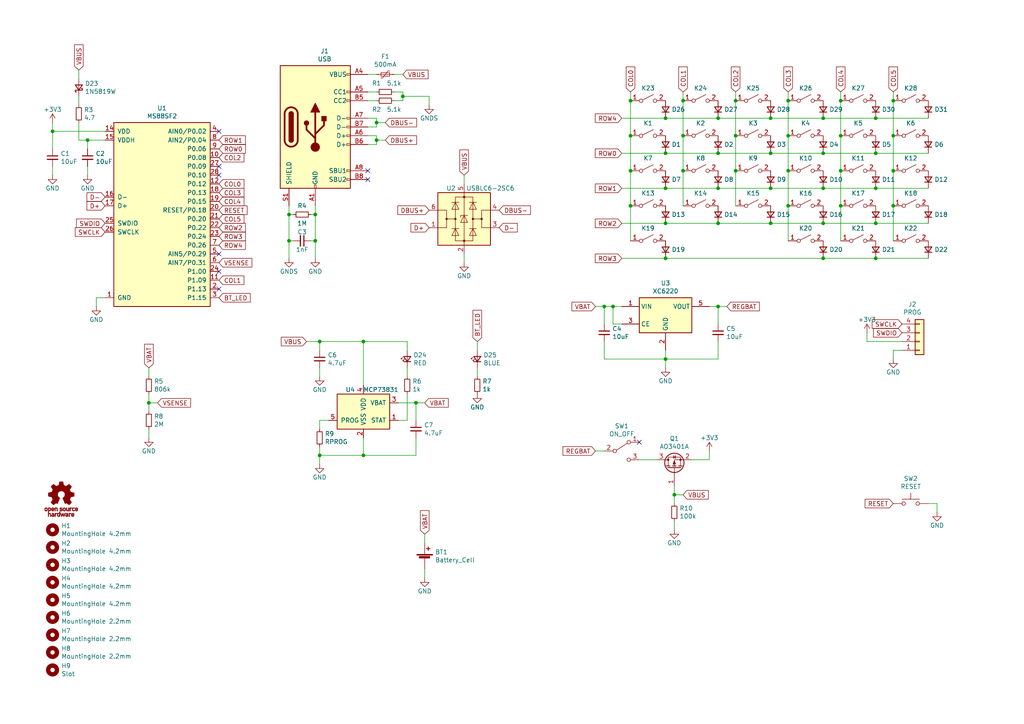
<source format=kicad_sch>
(kicad_sch (version 20211123) (generator eeschema)
  (paper "A4")
  (junction (at 223.52 34.29))
  (junction (at 228.6 29.21))
  (junction (at 208.28 54.61))
  (junction (at 91.44 62.23))
  (junction (at 193.04 44.45))
  (junction (at 243.84 59.69))
  (junction (at 238.76 54.61))
  (junction (at 223.52 64.77))
  (junction (at 193.04 104.14))
  (junction (at 177.8 88.9))
  (junction (at 83.82 62.23))
  (junction (at 105.41 132.08))
  (junction (at 193.04 74.93))
  (junction (at 238.76 74.93))
  (junction (at 254 34.29))
  (junction (at 198.12 39.37))
  (junction (at 182.88 29.21))
  (junction (at 193.04 54.61))
  (junction (at 25.4 40.64))
  (junction (at 259.08 29.21))
  (junction (at 223.52 44.45))
  (junction (at 254 74.93))
  (junction (at 208.28 34.29))
  (junction (at 254 44.45))
  (junction (at 120.65 116.84))
  (junction (at 182.88 49.53))
  (junction (at 15.24 38.1))
  (junction (at 109.22 40.64))
  (junction (at 92.71 99.06))
  (junction (at 228.6 49.53))
  (junction (at 243.84 49.53))
  (junction (at 182.88 59.69))
  (junction (at 208.28 88.9))
  (junction (at 175.26 88.9))
  (junction (at 193.04 64.77))
  (junction (at 259.08 39.37))
  (junction (at 182.88 39.37))
  (junction (at 193.04 34.29))
  (junction (at 213.36 39.37))
  (junction (at 238.76 44.45))
  (junction (at 208.28 64.77))
  (junction (at 198.12 49.53))
  (junction (at 238.76 64.77))
  (junction (at 254 64.77))
  (junction (at 43.18 116.84))
  (junction (at 195.58 143.51))
  (junction (at 213.36 49.53))
  (junction (at 223.52 54.61))
  (junction (at 83.82 69.85))
  (junction (at 92.71 132.08))
  (junction (at 243.84 39.37))
  (junction (at 208.28 44.45))
  (junction (at 228.6 39.37))
  (junction (at 91.44 69.85))
  (junction (at 259.08 59.69))
  (junction (at 105.41 99.06))
  (junction (at 228.6 59.69))
  (junction (at 116.84 27.94))
  (junction (at 243.84 29.21))
  (junction (at 198.12 29.21))
  (junction (at 254 54.61))
  (junction (at 238.76 34.29))
  (junction (at 109.22 35.56))
  (junction (at 213.36 29.21))
  (junction (at 259.08 49.53))
  (no_connect (at 63.5 83.82))
  (no_connect (at 63.5 50.8))
  (no_connect (at 106.68 52.07))
  (no_connect (at 63.5 48.26))
  (no_connect (at 106.68 49.53))
  (no_connect (at 63.5 78.74))
  (no_connect (at 185.42 128.27))
  (no_connect (at 63.5 73.66))
  (no_connect (at 63.5 38.1))
  (wire (pts (xy 238.76 54.61) (xy 223.52 54.61)))
  (wire (pts (xy 120.65 116.84) (xy 120.65 121.92)))
  (wire (pts (xy 15.24 35.56) (xy 15.24 38.1)))
  (wire (pts (xy 213.36 29.21) (xy 213.36 26.67)))
  (wire (pts (xy 238.76 64.77) (xy 223.52 64.77)))
  (wire (pts (xy 193.04 104.14) (xy 175.26 104.14)))
  (wire (pts (xy 243.84 49.53) (xy 243.84 39.37)))
  (wire (pts (xy 106.68 21.59) (xy 109.22 21.59)))
  (wire (pts (xy 106.68 34.29) (xy 109.22 34.29)))
  (wire (pts (xy 175.26 104.14) (xy 175.26 99.06)))
  (wire (pts (xy 193.04 101.6) (xy 193.04 104.14)))
  (wire (pts (xy 251.46 99.06) (xy 261.62 99.06)))
  (wire (pts (xy 91.44 62.23) (xy 91.44 69.85)))
  (wire (pts (xy 259.08 101.6) (xy 259.08 104.14)))
  (wire (pts (xy 243.84 59.69) (xy 243.84 49.53)))
  (wire (pts (xy 182.88 49.53) (xy 182.88 39.37)))
  (wire (pts (xy 259.08 39.37) (xy 259.08 29.21)))
  (wire (pts (xy 105.41 132.08) (xy 120.65 132.08)))
  (wire (pts (xy 205.74 133.35) (xy 205.74 130.81)))
  (wire (pts (xy 182.88 39.37) (xy 182.88 29.21)))
  (wire (pts (xy 243.84 29.21) (xy 243.84 26.67)))
  (wire (pts (xy 269.24 74.93) (xy 254 74.93)))
  (wire (pts (xy 228.6 69.85) (xy 228.6 59.69)))
  (wire (pts (xy 15.24 38.1) (xy 15.24 43.18)))
  (wire (pts (xy 114.3 26.67) (xy 116.84 26.67)))
  (wire (pts (xy 105.41 132.08) (xy 92.71 132.08)))
  (wire (pts (xy 193.04 74.93) (xy 180.34 74.93)))
  (wire (pts (xy 213.36 49.53) (xy 213.36 39.37)))
  (wire (pts (xy 114.3 21.59) (xy 116.84 21.59)))
  (wire (pts (xy 261.62 101.6) (xy 259.08 101.6)))
  (wire (pts (xy 106.68 36.83) (xy 109.22 36.83)))
  (wire (pts (xy 134.62 73.66) (xy 134.62 76.2)))
  (wire (pts (xy 83.82 69.85) (xy 83.82 74.93)))
  (wire (pts (xy 25.4 40.64) (xy 25.4 43.18)))
  (wire (pts (xy 91.44 62.23) (xy 90.17 62.23)))
  (wire (pts (xy 254 44.45) (xy 238.76 44.45)))
  (wire (pts (xy 22.86 30.48) (xy 22.86 27.94)))
  (wire (pts (xy 223.52 44.45) (xy 208.28 44.45)))
  (wire (pts (xy 238.76 34.29) (xy 223.52 34.29)))
  (wire (pts (xy 177.8 93.98) (xy 177.8 88.9)))
  (wire (pts (xy 259.08 69.85) (xy 259.08 59.69)))
  (wire (pts (xy 109.22 40.64) (xy 109.22 41.91)))
  (wire (pts (xy 120.65 116.84) (xy 123.19 116.84)))
  (wire (pts (xy 185.42 133.35) (xy 190.5 133.35)))
  (wire (pts (xy 91.44 59.69) (xy 91.44 62.23)))
  (wire (pts (xy 182.88 59.69) (xy 182.88 49.53)))
  (wire (pts (xy 228.6 49.53) (xy 228.6 39.37)))
  (wire (pts (xy 105.41 99.06) (xy 105.41 111.76)))
  (wire (pts (xy 182.88 69.85) (xy 182.88 59.69)))
  (wire (pts (xy 208.28 54.61) (xy 193.04 54.61)))
  (wire (pts (xy 109.22 36.83) (xy 109.22 35.56)))
  (wire (pts (xy 271.78 146.05) (xy 271.78 148.59)))
  (wire (pts (xy 114.3 29.21) (xy 116.84 29.21)))
  (wire (pts (xy 116.84 27.94) (xy 116.84 29.21)))
  (wire (pts (xy 83.82 62.23) (xy 83.82 69.85)))
  (wire (pts (xy 106.68 26.67) (xy 109.22 26.67)))
  (wire (pts (xy 118.11 121.92) (xy 118.11 114.3)))
  (wire (pts (xy 259.08 29.21) (xy 259.08 26.67)))
  (wire (pts (xy 208.28 64.77) (xy 193.04 64.77)))
  (wire (pts (xy 243.84 39.37) (xy 243.84 29.21)))
  (wire (pts (xy 43.18 119.38) (xy 43.18 116.84)))
  (wire (pts (xy 193.04 64.77) (xy 180.34 64.77)))
  (wire (pts (xy 138.43 106.68) (xy 138.43 109.22)))
  (wire (pts (xy 254 64.77) (xy 238.76 64.77)))
  (wire (pts (xy 208.28 88.9) (xy 208.28 93.98)))
  (wire (pts (xy 208.28 99.06) (xy 208.28 104.14)))
  (wire (pts (xy 175.26 88.9) (xy 175.26 93.98)))
  (wire (pts (xy 83.82 62.23) (xy 85.09 62.23)))
  (wire (pts (xy 116.84 27.94) (xy 124.46 27.94)))
  (wire (pts (xy 175.26 88.9) (xy 172.72 88.9)))
  (wire (pts (xy 30.48 38.1) (xy 15.24 38.1)))
  (wire (pts (xy 92.71 129.54) (xy 92.71 132.08)))
  (wire (pts (xy 238.76 74.93) (xy 193.04 74.93)))
  (wire (pts (xy 45.72 116.84) (xy 43.18 116.84)))
  (wire (pts (xy 269.24 54.61) (xy 254 54.61)))
  (wire (pts (xy 198.12 59.69) (xy 198.12 49.53)))
  (wire (pts (xy 193.04 54.61) (xy 180.34 54.61)))
  (wire (pts (xy 198.12 29.21) (xy 198.12 26.67)))
  (wire (pts (xy 193.04 44.45) (xy 180.34 44.45)))
  (wire (pts (xy 92.71 106.68) (xy 92.71 109.22)))
  (wire (pts (xy 182.88 29.21) (xy 182.88 26.67)))
  (wire (pts (xy 259.08 49.53) (xy 259.08 39.37)))
  (wire (pts (xy 238.76 44.45) (xy 223.52 44.45)))
  (wire (pts (xy 88.9 99.06) (xy 92.71 99.06)))
  (wire (pts (xy 109.22 39.37) (xy 109.22 40.64)))
  (wire (pts (xy 254 74.93) (xy 238.76 74.93)))
  (wire (pts (xy 83.82 59.69) (xy 83.82 62.23)))
  (wire (pts (xy 223.52 64.77) (xy 208.28 64.77)))
  (wire (pts (xy 208.28 88.9) (xy 210.82 88.9)))
  (wire (pts (xy 195.58 140.97) (xy 195.58 143.51)))
  (wire (pts (xy 269.24 44.45) (xy 254 44.45)))
  (wire (pts (xy 43.18 109.22) (xy 43.18 106.68)))
  (wire (pts (xy 269.24 146.05) (xy 271.78 146.05)))
  (wire (pts (xy 254 54.61) (xy 238.76 54.61)))
  (wire (pts (xy 106.68 39.37) (xy 109.22 39.37)))
  (wire (pts (xy 105.41 127) (xy 105.41 132.08)))
  (wire (pts (xy 123.19 154.94) (xy 123.19 157.48)))
  (wire (pts (xy 243.84 69.85) (xy 243.84 59.69)))
  (wire (pts (xy 116.84 26.67) (xy 116.84 27.94)))
  (wire (pts (xy 115.57 121.92) (xy 118.11 121.92)))
  (wire (pts (xy 92.71 99.06) (xy 105.41 99.06)))
  (wire (pts (xy 251.46 99.06) (xy 251.46 96.52)))
  (wire (pts (xy 43.18 116.84) (xy 43.18 114.3)))
  (wire (pts (xy 195.58 143.51) (xy 195.58 146.05)))
  (wire (pts (xy 134.62 53.34) (xy 134.62 50.8)))
  (wire (pts (xy 91.44 69.85) (xy 90.17 69.85)))
  (wire (pts (xy 109.22 41.91) (xy 106.68 41.91)))
  (wire (pts (xy 95.25 121.92) (xy 92.71 121.92)))
  (wire (pts (xy 138.43 101.6) (xy 138.43 99.06)))
  (wire (pts (xy 118.11 99.06) (xy 105.41 99.06)))
  (wire (pts (xy 180.34 88.9) (xy 177.8 88.9)))
  (wire (pts (xy 208.28 44.45) (xy 193.04 44.45)))
  (wire (pts (xy 269.24 64.77) (xy 254 64.77)))
  (wire (pts (xy 118.11 101.6) (xy 118.11 99.06)))
  (wire (pts (xy 254 34.29) (xy 238.76 34.29)))
  (wire (pts (xy 120.65 127) (xy 120.65 132.08)))
  (wire (pts (xy 109.22 35.56) (xy 109.22 34.29)))
  (wire (pts (xy 109.22 40.64) (xy 111.76 40.64)))
  (wire (pts (xy 228.6 39.37) (xy 228.6 29.21)))
  (wire (pts (xy 259.08 59.69) (xy 259.08 49.53)))
  (wire (pts (xy 213.36 39.37) (xy 213.36 29.21)))
  (wire (pts (xy 228.6 29.21) (xy 228.6 26.67)))
  (wire (pts (xy 200.66 133.35) (xy 205.74 133.35)))
  (wire (pts (xy 228.6 59.69) (xy 228.6 49.53)))
  (wire (pts (xy 172.72 130.81) (xy 175.26 130.81)))
  (wire (pts (xy 193.04 34.29) (xy 180.34 34.29)))
  (wire (pts (xy 92.71 121.92) (xy 92.71 124.46)))
  (wire (pts (xy 25.4 48.26) (xy 25.4 50.8)))
  (wire (pts (xy 27.94 86.36) (xy 27.94 88.9)))
  (wire (pts (xy 269.24 34.29) (xy 254 34.29)))
  (wire (pts (xy 15.24 48.26) (xy 15.24 50.8)))
  (wire (pts (xy 91.44 69.85) (xy 91.44 74.93)))
  (wire (pts (xy 123.19 165.1) (xy 123.19 167.64)))
  (wire (pts (xy 208.28 104.14) (xy 193.04 104.14)))
  (wire (pts (xy 213.36 59.69) (xy 213.36 49.53)))
  (wire (pts (xy 43.18 124.46) (xy 43.18 127)))
  (wire (pts (xy 193.04 104.14) (xy 193.04 106.68)))
  (wire (pts (xy 198.12 39.37) (xy 198.12 29.21)))
  (wire (pts (xy 92.71 101.6) (xy 92.71 99.06)))
  (wire (pts (xy 25.4 40.64) (xy 22.86 40.64)))
  (wire (pts (xy 118.11 109.22) (xy 118.11 106.68)))
  (wire (pts (xy 198.12 49.53) (xy 198.12 39.37)))
  (wire (pts (xy 195.58 151.13) (xy 195.58 153.67)))
  (wire (pts (xy 124.46 27.94) (xy 124.46 30.48)))
  (wire (pts (xy 205.74 88.9) (xy 208.28 88.9)))
  (wire (pts (xy 25.4 40.64) (xy 30.48 40.64)))
  (wire (pts (xy 106.68 29.21) (xy 109.22 29.21)))
  (wire (pts (xy 22.86 35.56) (xy 22.86 40.64)))
  (wire (pts (xy 109.22 35.56) (xy 111.76 35.56)))
  (wire (pts (xy 223.52 34.29) (xy 208.28 34.29)))
  (wire (pts (xy 223.52 54.61) (xy 208.28 54.61)))
  (wire (pts (xy 175.26 88.9) (xy 177.8 88.9)))
  (wire (pts (xy 22.86 22.86) (xy 22.86 20.32)))
  (wire (pts (xy 180.34 93.98) (xy 177.8 93.98)))
  (wire (pts (xy 30.48 86.36) (xy 27.94 86.36)))
  (wire (pts (xy 195.58 143.51) (xy 198.12 143.51)))
  (wire (pts (xy 115.57 116.84) (xy 120.65 116.84)))
  (wire (pts (xy 208.28 34.29) (xy 193.04 34.29)))
  (wire (pts (xy 83.82 69.85) (xy 85.09 69.85)))
  (wire (pts (xy 92.71 134.62) (xy 92.71 132.08)))
  (global_label "D+" (shape input) (at 124.46 66.04 180) (property "Intersheet References" "${INTERSHEET_REFS}" (effects hide)))
  (global_label "ROW1" (shape input) (at 63.5 40.64 0) (property "Intersheet References" "${INTERSHEET_REFS}" (effects hide)))
  (global_label "COL0" (shape input) (at 182.88 26.67 90) (property "Intersheet References" "${INTERSHEET_REFS}" (effects hide)))
  (global_label "ROW2" (shape input) (at 63.5 66.04 0) (property "Intersheet References" "${INTERSHEET_REFS}" (effects hide)))
  (global_label "VBUS" (shape input) (at 88.9 99.06 180) (property "Intersheet References" "${INTERSHEET_REFS}" (effects hide)))
  (global_label "SWDIO" (shape input) (at 261.62 96.52 180) (property "Intersheet References" "${INTERSHEET_REFS}" (effects hide)))
  (global_label "VBAT" (shape input) (at 123.19 154.94 90) (property "Intersheet References" "${INTERSHEET_REFS}" (effects hide)))
  (global_label "COL3" (shape input) (at 228.6 26.67 90) (property "Intersheet References" "${INTERSHEET_REFS}" (effects hide)))
  (global_label "ROW0" (shape input) (at 63.5 43.18 0) (property "Intersheet References" "${INTERSHEET_REFS}" (effects hide)))
  (global_label "D-" (shape input) (at 144.78 66.04 0) (property "Intersheet References" "${INTERSHEET_REFS}" (effects hide)))
  (global_label "VBUS" (shape input) (at 22.86 20.32 90) (property "Intersheet References" "${INTERSHEET_REFS}" (effects hide)))
  (global_label "VBUS" (shape input) (at 198.12 143.51 0) (property "Intersheet References" "${INTERSHEET_REFS}" (effects hide)))
  (global_label "COL4" (shape input) (at 63.5 58.42 0) (property "Intersheet References" "${INTERSHEET_REFS}" (effects hide)))
  (global_label "SWCLK" (shape input) (at 261.62 93.98 180) (property "Intersheet References" "${INTERSHEET_REFS}" (effects hide)))
  (global_label "RESET" (shape input) (at 259.08 146.05 180) (property "Intersheet References" "${INTERSHEET_REFS}" (effects hide)))
  (global_label "DBUS-" (shape input) (at 144.78 60.96 0) (property "Intersheet References" "${INTERSHEET_REFS}" (effects hide)))
  (global_label "REGBAT" (shape input) (at 210.82 88.9 0) (property "Intersheet References" "${INTERSHEET_REFS}" (effects hide)))
  (global_label "COL4" (shape input) (at 243.84 26.67 90) (property "Intersheet References" "${INTERSHEET_REFS}" (effects hide)))
  (global_label "COL2" (shape input) (at 63.5 45.72 0) (property "Intersheet References" "${INTERSHEET_REFS}" (effects hide)))
  (global_label "ROW4" (shape input) (at 180.34 34.29 180) (property "Intersheet References" "${INTERSHEET_REFS}" (effects hide)))
  (global_label "VSENSE" (shape input) (at 63.5 76.2 0) (property "Intersheet References" "${INTERSHEET_REFS}" (effects hide)))
  (global_label "BT_LED" (shape input) (at 138.43 99.06 90) (property "Intersheet References" "${INTERSHEET_REFS}" (effects hide)))
  (global_label "ROW0" (shape input) (at 180.34 44.45 180) (property "Intersheet References" "${INTERSHEET_REFS}" (effects hide)))
  (global_label "ROW2" (shape input) (at 180.34 64.77 180) (property "Intersheet References" "${INTERSHEET_REFS}" (effects hide)))
  (global_label "ROW3" (shape input) (at 180.34 74.93 180) (property "Intersheet References" "${INTERSHEET_REFS}" (effects hide)))
  (global_label "COL5" (shape input) (at 259.08 26.67 90) (property "Intersheet References" "${INTERSHEET_REFS}" (effects hide)))
  (global_label "ROW3" (shape input) (at 63.5 68.58 0) (property "Intersheet References" "${INTERSHEET_REFS}" (effects hide)))
  (global_label "VBAT" (shape input) (at 172.72 88.9 180) (property "Intersheet References" "${INTERSHEET_REFS}" (effects hide)))
  (global_label "D+" (shape input) (at 30.48 59.69 180) (property "Intersheet References" "${INTERSHEET_REFS}" (effects hide)))
  (global_label "VSENSE" (shape input) (at 45.72 116.84 0) (property "Intersheet References" "${INTERSHEET_REFS}" (effects hide)))
  (global_label "COL3" (shape input) (at 63.5 55.88 0) (property "Intersheet References" "${INTERSHEET_REFS}" (effects hide)))
  (global_label "DBUS-" (shape input) (at 111.76 35.56 0) (property "Intersheet References" "${INTERSHEET_REFS}" (effects hide)))
  (global_label "COL0" (shape input) (at 63.5 53.34 0) (property "Intersheet References" "${INTERSHEET_REFS}" (effects hide)))
  (global_label "BT_LED" (shape input) (at 63.5 86.36 0) (property "Intersheet References" "${INTERSHEET_REFS}" (effects hide)))
  (global_label "REGBAT" (shape input) (at 172.72 130.81 180) (property "Intersheet References" "${INTERSHEET_REFS}" (effects hide)))
  (global_label "ROW1" (shape input) (at 180.34 54.61 180) (property "Intersheet References" "${INTERSHEET_REFS}" (effects hide)))
  (global_label "VBAT" (shape input) (at 43.18 106.68 90) (property "Intersheet References" "${INTERSHEET_REFS}" (effects hide)))
  (global_label "ROW4" (shape input) (at 63.5 71.12 0) (property "Intersheet References" "${INTERSHEET_REFS}" (effects hide)))
  (global_label "VBUS" (shape input) (at 116.84 21.59 0) (property "Intersheet References" "${INTERSHEET_REFS}" (effects hide)))
  (global_label "COL1" (shape input) (at 63.5 81.28 0) (property "Intersheet References" "${INTERSHEET_REFS}" (effects hide)))
  (global_label "COL2" (shape input) (at 213.36 26.67 90) (property "Intersheet References" "${INTERSHEET_REFS}" (effects hide)))
  (global_label "DBUS+" (shape input) (at 124.46 60.96 180) (property "Intersheet References" "${INTERSHEET_REFS}" (effects hide)))
  (global_label "DBUS+" (shape input) (at 111.76 40.64 0) (property "Intersheet References" "${INTERSHEET_REFS}" (effects hide)))
  (global_label "D-" (shape input) (at 30.48 57.15 180) (property "Intersheet References" "${INTERSHEET_REFS}" (effects hide)))
  (global_label "COL5" (shape input) (at 63.5 63.5 0) (property "Intersheet References" "${INTERSHEET_REFS}" (effects hide)))
  (global_label "RESET" (shape input) (at 63.5 60.96 0) (property "Intersheet References" "${INTERSHEET_REFS}" (effects hide)))
  (global_label "VBAT" (shape input) (at 123.19 116.84 0) (property "Intersheet References" "${INTERSHEET_REFS}" (effects hide)))
  (global_label "VBUS" (shape input) (at 134.62 50.8 90) (property "Intersheet References" "${INTERSHEET_REFS}" (effects hide)))
  (global_label "COL1" (shape input) (at 198.12 26.67 90) (property "Intersheet References" "${INTERSHEET_REFS}" (effects hide)))
  (global_label "SWCLK" (shape input) (at 30.48 67.31 180) (property "Intersheet References" "${INTERSHEET_REFS}" (effects hide)))
  (global_label "SWDIO" (shape input) (at 30.48 64.77 180) (property "Intersheet References" "${INTERSHEET_REFS}" (effects hide)))
  (symbol (lib_id "dao-choc-ble:MS88SF2") (at 46.99 62.23 0) (unit 1)
    (property "Reference" "U1" (at 46.99 31.369 0))
    (property "Value" "MS88SF2" (at 46.99 33.6804 0))
    (property "Footprint" "dao-choc-ble:MINEW_MS88SF2" (effects hide))
  )
  (symbol (lib_id "dao-choc-ble:KEY_SWITCH") (at 187.96 39.37 0) (unit 1)
    (property "Reference" "K1" (at 187.96 35.7378 0))
    (property "Value" "KEY_SWITCH" (effects hide))
    (property "Footprint" "dao-choc-ble:Kailh_PG1350_hotswap" (effects hide))
  )
  (symbol (lib_id "Device:D_Small") (at 193.04 41.91 90) (unit 1)
    (property "Reference" "D1" (at 194.818 41.91 90) (effects (justify right)))
    (property "Value" "1N4148WS" (effects hide))
    (property "Footprint" "dao-choc-ble:D_SOD-323" (effects hide))
    (property "LCSC" "C57759" (effects hide))
  )
  (symbol (lib_id "dao-choc-ble:KEY_SWITCH") (at 203.2 39.37 0) (unit 1)
    (property "Reference" "K2" (at 203.2 35.7378 0))
    (property "Value" "KEY_SWITCH" (effects hide))
    (property "Footprint" "dao-choc-ble:Kailh_PG1350_hotswap" (effects hide))
  )
  (symbol (lib_id "Device:D_Small") (at 208.28 41.91 90) (unit 1)
    (property "Reference" "D2" (at 210.058 41.91 90) (effects (justify right)))
    (property "Value" "1N4148WS" (effects hide))
    (property "Footprint" "dao-choc-ble:D_SOD-323" (effects hide))
    (property "LCSC" "C57759" (effects hide))
  )
  (symbol (lib_id "dao-choc-ble:KEY_SWITCH") (at 218.44 39.37 0) (unit 1)
    (property "Reference" "K3" (at 218.44 35.7378 0))
    (property "Value" "KEY_SWITCH" (effects hide))
    (property "Footprint" "dao-choc-ble:Kailh_PG1350_hotswap" (effects hide))
  )
  (symbol (lib_id "Device:D_Small") (at 223.52 41.91 90) (unit 1)
    (property "Reference" "D3" (at 225.298 41.91 90) (effects (justify right)))
    (property "Value" "1N4148WS" (effects hide))
    (property "Footprint" "dao-choc-ble:D_SOD-323" (effects hide))
    (property "LCSC" "C57759" (effects hide))
  )
  (symbol (lib_id "dao-choc-ble:KEY_SWITCH") (at 233.68 39.37 0) (unit 1)
    (property "Reference" "K4" (at 233.68 35.7378 0))
    (property "Value" "KEY_SWITCH" (effects hide))
    (property "Footprint" "dao-choc-ble:Kailh_PG1350_hotswap" (effects hide))
  )
  (symbol (lib_id "Device:D_Small") (at 238.76 41.91 90) (unit 1)
    (property "Reference" "D4" (at 240.538 41.91 90) (effects (justify right)))
    (property "Value" "1N4148WS" (effects hide))
    (property "Footprint" "dao-choc-ble:D_SOD-323" (effects hide))
    (property "LCSC" "C57759" (effects hide))
  )
  (symbol (lib_id "dao-choc-ble:KEY_SWITCH") (at 248.92 39.37 0) (unit 1)
    (property "Reference" "K5" (at 248.92 35.7378 0))
    (property "Value" "KEY_SWITCH" (effects hide))
    (property "Footprint" "dao-choc-ble:Kailh_PG1350_hotswap" (effects hide))
  )
  (symbol (lib_id "Device:D_Small") (at 254 41.91 90) (unit 1)
    (property "Reference" "D5" (at 255.778 41.91 90) (effects (justify right)))
    (property "Value" "1N4148WS" (effects hide))
    (property "Footprint" "dao-choc-ble:D_SOD-323" (effects hide))
    (property "LCSC" "C57759" (effects hide))
  )
  (symbol (lib_id "dao-choc-ble:KEY_SWITCH") (at 264.16 39.37 0) (unit 1)
    (property "Reference" "K6" (at 264.16 35.7378 0))
    (property "Value" "KEY_SWITCH" (effects hide))
    (property "Footprint" "dao-choc-ble:Kailh_PG1350_hotswap" (effects hide))
  )
  (symbol (lib_id "Device:D_Small") (at 269.24 41.91 90) (unit 1)
    (property "Reference" "D6" (at 271.018 41.91 90) (effects (justify right)))
    (property "Value" "1N4148WS" (effects hide))
    (property "Footprint" "dao-choc-ble:D_SOD-323" (effects hide))
    (property "LCSC" "C57759" (effects hide))
  )
  (symbol (lib_id "dao-choc-ble:KEY_SWITCH") (at 187.96 49.53 0) (unit 1)
    (property "Reference" "K7" (at 187.96 45.8978 0))
    (property "Value" "KEY_SWITCH" (effects hide))
    (property "Footprint" "dao-choc-ble:Kailh_PG1350_hotswap" (effects hide))
  )
  (symbol (lib_id "Device:D_Small") (at 193.04 52.07 90) (unit 1)
    (property "Reference" "D7" (at 194.818 52.07 90) (effects (justify right)))
    (property "Value" "1N4148WS" (effects hide))
    (property "Footprint" "dao-choc-ble:D_SOD-323" (effects hide))
    (property "LCSC" "C57759" (effects hide))
  )
  (symbol (lib_id "dao-choc-ble:KEY_SWITCH") (at 203.2 49.53 0) (unit 1)
    (property "Reference" "K8" (at 203.2 45.8978 0))
    (property "Value" "KEY_SWITCH" (effects hide))
    (property "Footprint" "dao-choc-ble:Kailh_PG1350_hotswap" (effects hide))
  )
  (symbol (lib_id "Device:D_Small") (at 208.28 52.07 90) (unit 1)
    (property "Reference" "D8" (at 210.058 52.07 90) (effects (justify right)))
    (property "Value" "1N4148WS" (effects hide))
    (property "Footprint" "dao-choc-ble:D_SOD-323" (effects hide))
    (property "LCSC" "C57759" (effects hide))
  )
  (symbol (lib_id "dao-choc-ble:KEY_SWITCH") (at 218.44 49.53 0) (unit 1)
    (property "Reference" "K9" (at 218.44 45.8978 0))
    (property "Value" "KEY_SWITCH" (effects hide))
    (property "Footprint" "dao-choc-ble:Kailh_PG1350_hotswap" (effects hide))
  )
  (symbol (lib_id "Device:D_Small") (at 223.52 52.07 90) (unit 1)
    (property "Reference" "D9" (at 225.298 52.07 90) (effects (justify right)))
    (property "Value" "1N4148WS" (effects hide))
    (property "Footprint" "dao-choc-ble:D_SOD-323" (effects hide))
    (property "LCSC" "C57759" (effects hide))
  )
  (symbol (lib_id "dao-choc-ble:KEY_SWITCH") (at 233.68 49.53 0) (unit 1)
    (property "Reference" "K10" (at 233.68 45.8978 0))
    (property "Value" "KEY_SWITCH" (effects hide))
    (property "Footprint" "dao-choc-ble:Kailh_PG1350_hotswap" (effects hide))
  )
  (symbol (lib_id "Device:D_Small") (at 238.76 52.07 90) (unit 1)
    (property "Reference" "D10" (at 240.538 52.07 90) (effects (justify right)))
    (property "Value" "1N4148WS" (effects hide))
    (property "Footprint" "dao-choc-ble:D_SOD-323" (effects hide))
    (property "LCSC" "C57759" (effects hide))
  )
  (symbol (lib_id "dao-choc-ble:KEY_SWITCH") (at 248.92 49.53 0) (unit 1)
    (property "Reference" "K11" (at 248.92 45.8978 0))
    (property "Value" "KEY_SWITCH" (effects hide))
    (property "Footprint" "dao-choc-ble:Kailh_PG1350_hotswap" (effects hide))
  )
  (symbol (lib_id "Device:D_Small") (at 254 52.07 90) (unit 1)
    (property "Reference" "D11" (at 255.778 52.07 90) (effects (justify right)))
    (property "Value" "1N4148WS" (effects hide))
    (property "Footprint" "dao-choc-ble:D_SOD-323" (effects hide))
    (property "LCSC" "C57759" (effects hide))
  )
  (symbol (lib_id "dao-choc-ble:KEY_SWITCH") (at 264.16 49.53 0) (unit 1)
    (property "Reference" "K12" (at 264.16 45.8978 0))
    (property "Value" "KEY_SWITCH" (effects hide))
    (property "Footprint" "dao-choc-ble:Kailh_PG1350_hotswap" (effects hide))
  )
  (symbol (lib_id "Device:D_Small") (at 269.24 52.07 90) (unit 1)
    (property "Reference" "D12" (at 271.018 52.07 90) (effects (justify right)))
    (property "Value" "1N4148WS" (effects hide))
    (property "Footprint" "dao-choc-ble:D_SOD-323" (effects hide))
    (property "LCSC" "C57759" (effects hide))
  )
  (symbol (lib_id "dao-choc-ble:KEY_SWITCH") (at 187.96 59.69 0) (unit 1)
    (property "Reference" "K13" (at 187.96 56.0578 0))
    (property "Value" "KEY_SWITCH" (effects hide))
    (property "Footprint" "dao-choc-ble:Kailh_PG1350_hotswap" (effects hide))
  )
  (symbol (lib_id "Device:D_Small") (at 193.04 62.23 90) (unit 1)
    (property "Reference" "D13" (at 194.818 62.23 90) (effects (justify right)))
    (property "Value" "1N4148WS" (effects hide))
    (property "Footprint" "dao-choc-ble:D_SOD-323" (effects hide))
    (property "LCSC" "C57759" (effects hide))
  )
  (symbol (lib_id "dao-choc-ble:KEY_SWITCH") (at 203.2 59.69 0) (unit 1)
    (property "Reference" "K14" (at 203.2 56.0578 0))
    (property "Value" "KEY_SWITCH" (effects hide))
    (property "Footprint" "dao-choc-ble:Kailh_PG1350_hotswap" (effects hide))
  )
  (symbol (lib_id "Device:D_Small") (at 208.28 62.23 90) (unit 1)
    (property "Reference" "D14" (at 210.058 62.23 90) (effects (justify right)))
    (property "Value" "1N4148WS" (effects hide))
    (property "Footprint" "dao-choc-ble:D_SOD-323" (effects hide))
    (property "LCSC" "C57759" (effects hide))
  )
  (symbol (lib_id "dao-choc-ble:KEY_SWITCH") (at 218.44 59.69 0) (unit 1)
    (property "Reference" "K15" (at 218.44 56.0578 0))
    (property "Value" "KEY_SWITCH" (effects hide))
    (property "Footprint" "dao-choc-ble:Kailh_PG1350_hotswap" (effects hide))
  )
  (symbol (lib_id "Device:D_Small") (at 223.52 62.23 90) (unit 1)
    (property "Reference" "D15" (at 225.298 62.23 90) (effects (justify right)))
    (property "Value" "1N4148WS" (effects hide))
    (property "Footprint" "dao-choc-ble:D_SOD-323" (effects hide))
    (property "LCSC" "C57759" (effects hide))
  )
  (symbol (lib_id "dao-choc-ble:KEY_SWITCH") (at 233.68 59.69 0) (unit 1)
    (property "Reference" "K16" (at 233.68 56.0578 0))
    (property "Value" "KEY_SWITCH" (effects hide))
    (property "Footprint" "dao-choc-ble:Kailh_PG1350_hotswap" (effects hide))
  )
  (symbol (lib_id "Device:D_Small") (at 238.76 62.23 90) (unit 1)
    (property "Reference" "D16" (at 240.538 62.23 90) (effects (justify right)))
    (property "Value" "1N4148WS" (effects hide))
    (property "Footprint" "dao-choc-ble:D_SOD-323" (effects hide))
    (property "LCSC" "C57759" (effects hide))
  )
  (symbol (lib_id "dao-choc-ble:KEY_SWITCH") (at 248.92 59.69 0) (unit 1)
    (property "Reference" "K17" (at 248.92 56.0578 0))
    (property "Value" "KEY_SWITCH" (effects hide))
    (property "Footprint" "dao-choc-ble:Kailh_PG1350_hotswap" (effects hide))
  )
  (symbol (lib_id "Device:D_Small") (at 254 62.23 90) (unit 1)
    (property "Reference" "D17" (at 255.778 62.23 90) (effects (justify right)))
    (property "Value" "1N4148WS" (effects hide))
    (property "Footprint" "dao-choc-ble:D_SOD-323" (effects hide))
    (property "LCSC" "C57759" (effects hide))
  )
  (symbol (lib_id "dao-choc-ble:KEY_SWITCH") (at 264.16 59.69 0) (unit 1)
    (property "Reference" "K18" (at 264.16 56.0578 0))
    (property "Value" "KEY_SWITCH" (effects hide))
    (property "Footprint" "dao-choc-ble:Kailh_PG1350_hotswap" (effects hide))
  )
  (symbol (lib_id "Device:D_Small") (at 269.24 62.23 90) (unit 1)
    (property "Reference" "D18" (at 271.018 62.23 90) (effects (justify right)))
    (property "Value" "1N4148WS" (effects hide))
    (property "Footprint" "dao-choc-ble:D_SOD-323" (effects hide))
    (property "LCSC" "C57759" (effects hide))
  )
  (symbol (lib_id "dao-choc-ble:KEY_SWITCH") (at 187.96 69.85 0) (unit 1)
    (property "Reference" "K19" (at 187.96 66.2178 0))
    (property "Value" "KEY_SWITCH" (effects hide))
    (property "Footprint" "dao-choc-ble:Kailh_PG1350_hotswap" (effects hide))
  )
  (symbol (lib_id "Device:D_Small") (at 193.04 72.39 90) (unit 1)
    (property "Reference" "D19" (at 194.818 72.39 90) (effects (justify right)))
    (property "Value" "1N4148WS" (effects hide))
    (property "Footprint" "dao-choc-ble:D_SOD-323" (effects hide))
    (property "LCSC" "C57759" (effects hide))
  )
  (symbol (lib_id "dao-choc-ble:KEY_SWITCH") (at 233.68 69.85 0) (unit 1)
    (property "Reference" "K20" (at 233.68 66.2178 0))
    (property "Value" "KEY_SWITCH" (effects hide))
    (property "Footprint" "dao-choc-ble:Kailh_PG1350_hotswap" (effects hide))
  )
  (symbol (lib_id "Device:D_Small") (at 238.76 72.39 90) (unit 1)
    (property "Reference" "D20" (at 240.538 72.39 90) (effects (justify right)))
    (property "Value" "1N4148WS" (effects hide))
    (property "Footprint" "dao-choc-ble:D_SOD-323" (effects hide))
    (property "LCSC" "C57759" (effects hide))
  )
  (symbol (lib_id "dao-choc-ble:KEY_SWITCH") (at 248.92 69.85 0) (unit 1)
    (property "Reference" "K21" (at 248.92 66.2178 0))
    (property "Value" "KEY_SWITCH" (effects hide))
    (property "Footprint" "dao-choc-ble:Kailh_PG1350_hotswap" (effects hide))
  )
  (symbol (lib_id "Device:D_Small") (at 254 72.39 90) (unit 1)
    (property "Reference" "D21" (at 255.778 72.39 90) (effects (justify right)))
    (property "Value" "1N4148WS" (effects hide))
    (property "Footprint" "dao-choc-ble:D_SOD-323" (effects hide))
    (property "LCSC" "C57759" (effects hide))
  )
  (symbol (lib_id "dao-choc-ble:KEY_SWITCH") (at 264.16 69.85 0) (unit 1)
    (property "Reference" "K22" (at 264.16 66.2178 0))
    (property "Value" "KEY_SWITCH" (effects hide))
    (property "Footprint" "dao-choc-ble:Kailh_PG1350_hotswap" (effects hide))
  )
  (symbol (lib_id "Device:D_Small") (at 269.24 72.39 90) (unit 1)
    (property "Reference" "D22" (at 271.018 72.39 90) (effects (justify right)))
    (property "Value" "1N4148WS" (effects hide))
    (property "Footprint" "dao-choc-ble:D_SOD-323" (effects hide))
    (property "LCSC" "C57759" (effects hide))
  )
  (symbol (lib_id "Mechanical:MountingHole") (at 15.24 153.67 0) (unit 1)
    (property "Reference" "H1" (at 17.78 152.5016 0) (effects (justify left)))
    (property "Value" "MountingHole 4.2mm" (at 17.78 154.813 0) (effects (justify left)))
    (property "Footprint" "dao-choc-ble:Hole_4.2mm" (effects hide))
  )
  (symbol (lib_id "Mechanical:MountingHole") (at 15.24 158.75 0) (unit 1)
    (property "Reference" "H2" (at 17.78 157.5816 0) (effects (justify left)))
    (property "Value" "MountingHole 4.2mm" (at 17.78 159.893 0) (effects (justify left)))
    (property "Footprint" "dao-choc-ble:Hole_4.2mm" (effects hide))
  )
  (symbol (lib_id "Mechanical:MountingHole") (at 15.24 163.83 0) (unit 1)
    (property "Reference" "H3" (at 17.78 162.6616 0) (effects (justify left)))
    (property "Value" "MountingHole 4.2mm" (at 17.78 164.973 0) (effects (justify left)))
    (property "Footprint" "dao-choc-ble:Hole_4.2mm" (effects hide))
  )
  (symbol (lib_id "Mechanical:MountingHole") (at 15.24 168.91 0) (unit 1)
    (property "Reference" "H4" (at 17.78 167.7416 0) (effects (justify left)))
    (property "Value" "MountingHole 4.2mm" (at 17.78 170.053 0) (effects (justify left)))
    (property "Footprint" "dao-choc-ble:Hole_4.2mm" (effects hide))
  )
  (symbol (lib_id "Mechanical:MountingHole") (at 15.24 173.99 0) (unit 1)
    (property "Reference" "H5" (at 17.78 172.8216 0) (effects (justify left)))
    (property "Value" "MountingHole 4.2mm" (at 17.78 175.133 0) (effects (justify left)))
    (property "Footprint" "dao-choc-ble:Hole_4.2mm" (effects hide))
  )
  (symbol (lib_id "Mechanical:MountingHole") (at 15.24 179.07 0) (unit 1)
    (property "Reference" "H6" (at 17.78 177.9016 0) (effects (justify left)))
    (property "Value" "MountingHole 2.2mm" (at 17.78 180.213 0) (effects (justify left)))
    (property "Footprint" "dao-choc-ble:Hole_2.2mm" (effects hide))
  )
  (symbol (lib_id "Mechanical:MountingHole") (at 15.24 184.15 0) (unit 1)
    (property "Reference" "H7" (at 17.78 182.9816 0) (effects (justify left)))
    (property "Value" "MountingHole 2.2mm" (at 17.78 185.293 0) (effects (justify left)))
    (property "Footprint" "dao-choc-ble:Hole_2.2mm" (effects hide))
  )
  (symbol (lib_id "Mechanical:MountingHole") (at 15.24 189.23 0) (unit 1)
    (property "Reference" "H8" (at 17.78 188.0616 0) (effects (justify left)))
    (property "Value" "MountingHole 2.2mm" (at 17.78 190.373 0) (effects (justify left)))
    (property "Footprint" "dao-choc-ble:Hole_2.2mm" (effects hide))
  )
  (symbol (lib_id "Battery_Management:MCP73831-2-OT") (at 105.41 119.38 0) (unit 1)
    (property "Reference" "U4" (at 101.6 113.03 0))
    (property "Value" "MCP73831" (at 110.49 113.03 0))
    (property "Footprint" "Package_TO_SOT_SMD:SOT-23-5" (effects hide))
    (property "Datasheet" "http://ww1.microchip.com/downloads/en/DeviceDoc/20001984g.pdf" (effects hide))
    (property "LCSC" "C14879" (effects hide))
  )
  (symbol (lib_id "Regulator_Linear:XC6220B331MR") (at 193.04 91.44 0) (unit 1)
    (property "Reference" "U3" (at 193.04 82.1182 0))
    (property "Value" "XC6220" (at 193.04 84.4296 0))
    (property "Footprint" "Package_TO_SOT_SMD:SOT-23-5" (effects hide))
    (property "Datasheet" "https://www.torexsemi.com/file/xc6220/XC6220.pdf" (effects hide))
    (property "LCSC" "C86534" (effects hide))
  )
  (symbol (lib_id "Device:C_Small") (at 175.26 96.52 0) (unit 1)
    (property "Reference" "C4" (at 177.5968 95.3516 0) (effects (justify left)))
    (property "Value" "10uF" (at 177.5968 97.663 0) (effects (justify left)))
    (property "Footprint" "Capacitor_SMD:C_0603_1608Metric" (effects hide))
    (property "LCSC" "C19702" (effects hide))
  )
  (symbol (lib_id "Device:C_Small") (at 208.28 96.52 0) (unit 1)
    (property "Reference" "C5" (at 210.6168 95.3516 0) (effects (justify left)))
    (property "Value" "10uF" (at 210.6168 97.663 0) (effects (justify left)))
    (property "Footprint" "Capacitor_SMD:C_0603_1608Metric" (effects hide))
    (property "LCSC" "C19702" (effects hide))
  )
  (symbol (lib_id "Device:C_Small") (at 92.71 104.14 0) (unit 1)
    (property "Reference" "C6" (at 95.0468 102.9716 0) (effects (justify left)))
    (property "Value" "4.7uF" (at 95.0468 105.283 0) (effects (justify left)))
    (property "Footprint" "Capacitor_SMD:C_0603_1608Metric" (effects hide))
    (property "LCSC" "C19666" (effects hide))
  )
  (symbol (lib_id "Connector:USB_C_Receptacle_USB2.0") (at 91.44 36.83 0) (unit 1)
    (property "Reference" "J1" (at 94.1578 14.8082 0))
    (property "Value" "USB" (at 94.1578 17.1196 0))
    (property "Footprint" "dao-choc-ble:USB-C_C168688" (effects hide))
    (property "Datasheet" "https://www.usb.org/sites/default/files/documents/usb_type-c.zip" (effects hide))
    (property "LCSC" "C168688" (effects hide))
  )
  (symbol (lib_id "power:GND") (at 123.19 167.64 0) (unit 1)
    (property "Reference" "#PWR019" (effects hide))
    (property "Value" "GND" (at 123.19 171.45 0))
  )
  (symbol (lib_id "Device:Battery_Cell") (at 123.19 162.56 0) (unit 1)
    (property "Reference" "BT1" (at 126.1872 160.1216 0) (effects (justify left)))
    (property "Value" "Battery_Cell" (at 126.1872 162.433 0) (effects (justify left)))
    (property "Footprint" "dao-choc-ble:Battery" (effects hide))
  )
  (symbol (lib_id "Device:R_Small") (at 87.63 62.23 270) (unit 1)
    (property "Reference" "R4" (at 87.63 59.69 90))
    (property "Value" "1M" (at 87.63 64.77 90))
    (property "Footprint" "Resistor_SMD:R_0603_1608Metric" (effects hide))
    (property "LCSC" "C22935" (effects hide))
  )
  (symbol (lib_id "Device:C_Small") (at 87.63 69.85 270) (unit 1)
    (property "Reference" "C3" (at 87.63 67.31 90))
    (property "Value" "1nF" (at 87.63 72.39 90))
    (property "Footprint" "Capacitor_SMD:C_0603_1608Metric" (effects hide))
    (property "LCSC" "C1588" (effects hide))
  )
  (symbol (lib_id "power:GNDS") (at 83.82 74.93 0) (unit 1)
    (property "Reference" "#PWR05" (effects hide))
    (property "Value" "GNDS" (at 83.82 78.74 0))
  )
  (symbol (lib_id "power:GND") (at 91.44 74.93 0) (unit 1)
    (property "Reference" "#PWR06" (effects hide))
    (property "Value" "GND" (at 91.44 78.74 0))
  )
  (symbol (lib_id "Device:Polyfuse_Small") (at 111.76 21.59 270) (unit 1)
    (property "Reference" "F1" (at 111.76 16.383 90))
    (property "Value" "500mA" (at 111.76 18.6944 90))
    (property "Footprint" "Fuse:Fuse_1206_3216Metric" (effects hide))
    (property "LCSC" "C355568" (effects hide))
  )
  (symbol (lib_id "Device:R_Small") (at 111.76 26.67 270) (unit 1)
    (property "Reference" "R1" (at 109.22 24.13 90))
    (property "Value" "5.1k" (at 114.3 24.13 90))
    (property "Footprint" "Resistor_SMD:R_0603_1608Metric" (effects hide))
    (property "LCSC" "C23186" (effects hide))
  )
  (symbol (lib_id "Device:R_Small") (at 111.76 29.21 270) (unit 1)
    (property "Reference" "R2" (at 109.22 31.75 90))
    (property "Value" "5.1k" (at 114.3 31.75 90))
    (property "Footprint" "Resistor_SMD:R_0603_1608Metric" (effects hide))
    (property "LCSC" "C23186" (effects hide))
  )
  (symbol (lib_id "power:GNDS") (at 124.46 30.48 0) (unit 1)
    (property "Reference" "#PWR01" (effects hide))
    (property "Value" "GNDS" (at 124.46 34.29 0))
  )
  (symbol (lib_id "Device:C_Small") (at 120.65 124.46 0) (unit 1)
    (property "Reference" "C7" (at 122.9868 123.2916 0) (effects (justify left)))
    (property "Value" "4.7uF" (at 122.9868 125.603 0) (effects (justify left)))
    (property "Footprint" "Capacitor_SMD:C_0603_1608Metric" (effects hide))
    (property "LCSC" "C19666" (effects hide))
  )
  (symbol (lib_id "Device:R_Small") (at 138.43 111.76 180) (unit 1)
    (property "Reference" "R7" (at 139.9286 110.5916 0) (effects (justify right)))
    (property "Value" "1k" (at 139.9286 112.903 0) (effects (justify right)))
    (property "Footprint" "Resistor_SMD:R_0603_1608Metric" (effects hide))
    (property "LCSC" "C21190" (effects hide))
  )
  (symbol (lib_id "Device:R_Small") (at 118.11 111.76 180) (unit 1)
    (property "Reference" "R6" (at 119.6086 110.5916 0) (effects (justify right)))
    (property "Value" "1k" (at 119.6086 112.903 0) (effects (justify right)))
    (property "Footprint" "Resistor_SMD:R_0603_1608Metric" (effects hide))
    (property "LCSC" "C21190" (effects hide))
  )
  (symbol (lib_id "Device:R_Small") (at 92.71 127 0) (unit 1)
    (property "Reference" "R9" (at 94.2086 125.8316 0) (effects (justify left)))
    (property "Value" "RPROG" (at 94.2086 128.143 0) (effects (justify left)))
    (property "Footprint" "Resistor_SMD:R_0603_1608Metric" (effects hide))
    (property "LCSC" "C22978" (effects hide))
    (property "Note" "3.3K for 300mAh" (effects hide))
  )
  (symbol (lib_id "power:GND") (at 92.71 134.62 0) (unit 1)
    (property "Reference" "#PWR016" (effects hide))
    (property "Value" "GND" (at 92.71 138.43 0))
  )
  (symbol (lib_id "Device:LED_Small") (at 118.11 104.14 90) (unit 1)
    (property "Reference" "D24" (at 119.888 102.9716 90) (effects (justify right)))
    (property "Value" "RED" (at 119.888 105.283 90) (effects (justify right)))
    (property "Footprint" "LED_SMD:LED_0603_1608Metric" (effects hide))
    (property "LCSC" "C2286" (effects hide))
  )
  (symbol (lib_id "power:GND") (at 92.71 109.22 0) (unit 1)
    (property "Reference" "#PWR012" (effects hide))
    (property "Value" "GND" (at 92.71 113.03 0))
  )
  (symbol (lib_id "power:GND") (at 193.04 106.68 0) (unit 1)
    (property "Reference" "#PWR011" (effects hide))
    (property "Value" "GND" (at 193.04 110.49 0))
  )
  (symbol (lib_id "Power_Protection:USBLC6-2SC6") (at 134.62 63.5 0) (unit 1)
    (property "Reference" "U2" (at 130.81 54.61 0))
    (property "Value" "USBLC6-2SC6" (at 142.24 54.61 0))
    (property "Footprint" "Package_TO_SOT_SMD:SOT-23-6" (effects hide))
    (property "Datasheet" "https://www.st.com/resource/en/datasheet/usblc6-2.pdf" (effects hide))
    (property "LCSC" "C558442" (effects hide))
  )
  (symbol (lib_id "power:GND") (at 134.62 76.2 0) (unit 1)
    (property "Reference" "#PWR07" (effects hide))
    (property "Value" "GND" (at 134.62 80.01 0))
  )
  (symbol (lib_id "Transistor_FET:AO3401A") (at 195.58 135.89 90) (unit 1)
    (property "Reference" "Q1" (at 195.58 127.2032 90))
    (property "Value" "AO3401A" (at 195.58 129.5146 90))
    (property "Footprint" "Package_TO_SOT_SMD:SOT-23" (effects hide))
    (property "Datasheet" "http://www.aosmd.com/pdfs/datasheet/AO3401A.pdf" (effects hide))
    (property "LCSC" "C15127" (effects hide))
  )
  (symbol (lib_id "Switch:SW_SPDT") (at 180.34 130.81 0) (unit 1)
    (property "Reference" "SW1" (at 180.34 123.571 0))
    (property "Value" "ON_OFF" (at 180.34 125.8824 0))
    (property "Footprint" "dao-choc-ble:MSK-12C02" (effects hide))
    (property "LCSC" "C431541" (effects hide))
  )
  (symbol (lib_id "Device:R_Small") (at 195.58 148.59 180) (unit 1)
    (property "Reference" "R10" (at 197.0786 147.4216 0) (effects (justify right)))
    (property "Value" "100k" (at 197.0786 149.733 0) (effects (justify right)))
    (property "Footprint" "Resistor_SMD:R_0603_1608Metric" (effects hide))
    (property "LCSC" "C25803" (effects hide))
  )
  (symbol (lib_id "power:GND") (at 195.58 153.67 0) (unit 1)
    (property "Reference" "#PWR018" (effects hide))
    (property "Value" "GND" (at 195.58 157.48 0))
  )
  (symbol (lib_id "power:+3V3") (at 205.74 130.81 0) (unit 1)
    (property "Reference" "#PWR015" (effects hide))
    (property "Value" "+3V3" (at 205.74 127 0))
  )
  (symbol (lib_id "Switch:SW_Push") (at 264.16 146.05 0) (unit 1)
    (property "Reference" "SW2" (at 264.16 138.811 0))
    (property "Value" "RESET" (at 264.16 141.1224 0))
    (property "Footprint" "dao-choc-ble:TS-1086E" (effects hide))
    (property "LCSC" "C455276" (effects hide))
  )
  (symbol (lib_id "power:GND") (at 271.78 148.59 0) (unit 1)
    (property "Reference" "#PWR017" (effects hide))
    (property "Value" "GND" (at 271.78 152.4 0))
  )
  (symbol (lib_id "power:+3V3") (at 15.24 35.56 0) (unit 1)
    (property "Reference" "#PWR02" (effects hide))
    (property "Value" "+3V3" (at 15.24 31.75 0))
  )
  (symbol (lib_id "Device:C_Small") (at 15.24 45.72 0) (unit 1)
    (property "Reference" "C1" (at 17.5768 44.5516 0) (effects (justify left)))
    (property "Value" "10uF" (at 17.5768 46.863 0) (effects (justify left)))
    (property "Footprint" "Capacitor_SMD:C_0603_1608Metric" (effects hide))
    (property "LCSC" "C19702" (effects hide))
  )
  (symbol (lib_id "power:GND") (at 15.24 50.8 0) (unit 1)
    (property "Reference" "#PWR03" (effects hide))
    (property "Value" "GND" (at 15.24 54.61 0))
  )
  (symbol (lib_id "power:GND") (at 27.94 88.9 0) (unit 1)
    (property "Reference" "#PWR08" (effects hide))
    (property "Value" "GND" (at 27.94 92.71 0))
  )
  (symbol (lib_id "Device:C_Small") (at 25.4 45.72 0) (unit 1)
    (property "Reference" "C2" (at 27.7368 44.5516 0) (effects (justify left)))
    (property "Value" "10uF" (at 27.7368 46.863 0) (effects (justify left)))
    (property "Footprint" "Capacitor_SMD:C_0603_1608Metric" (effects hide))
    (property "LCSC" "C19702" (effects hide))
  )
  (symbol (lib_id "power:GND") (at 25.4 50.8 0) (unit 1)
    (property "Reference" "#PWR04" (effects hide))
    (property "Value" "GND" (at 25.4 54.61 0))
  )
  (symbol (lib_id "Device:R_Small") (at 22.86 33.02 0) (unit 1)
    (property "Reference" "R3" (at 24.3586 31.8516 0) (effects (justify left)))
    (property "Value" "4.7" (at 24.3586 34.163 0) (effects (justify left)))
    (property "Footprint" "Resistor_SMD:R_0603_1608Metric" (effects hide))
    (property "LCSC" "C23164" (effects hide))
  )
  (symbol (lib_id "Device:D_Schottky_Small") (at 22.86 25.4 90) (unit 1)
    (property "Reference" "D23" (at 24.638 24.2316 90) (effects (justify right)))
    (property "Value" "1N5819W" (at 24.638 26.543 90) (effects (justify right)))
    (property "Footprint" "Diode_SMD:D_SOD-123" (effects hide))
    (property "LCSC" "C169540" (effects hide))
  )
  (symbol (lib_id "Mechanical:MountingHole") (at 15.24 194.31 0) (unit 1)
    (property "Reference" "H9" (at 17.78 193.1416 0) (effects (justify left)))
    (property "Value" "Slot" (at 17.78 195.453 0) (effects (justify left)))
    (property "Footprint" "dao-choc-ble:Slot" (effects hide))
  )
  (symbol (lib_id "dao-choc-ble:OSHW-logo") (at 17.78 144.78 0) (unit 1)
    (property "Reference" "LOGO1" (effects hide))
    (property "Value" "OSHW-logo" (effects hide))
    (property "Footprint" "dao-choc-ble:OSHW-logo" (effects hide))
  )
  (symbol (lib_id "Device:R_Small") (at 43.18 111.76 0) (unit 1)
    (property "Reference" "R5" (at 44.6786 110.5916 0) (effects (justify left)))
    (property "Value" "806k" (at 44.6786 112.903 0) (effects (justify left)))
    (property "Footprint" "Resistor_SMD:R_0603_1608Metric" (effects hide))
    (property "LCSC" "C103828" (effects hide))
  )
  (symbol (lib_id "Device:R_Small") (at 43.18 121.92 0) (unit 1)
    (property "Reference" "R8" (at 44.6786 120.7516 0) (effects (justify left)))
    (property "Value" "2M" (at 44.6786 123.063 0) (effects (justify left)))
    (property "Footprint" "Resistor_SMD:R_0603_1608Metric" (effects hide))
    (property "LCSC" "C22976" (effects hide))
  )
  (symbol (lib_id "power:GND") (at 43.18 127 0) (unit 1)
    (property "Reference" "#PWR014" (effects hide))
    (property "Value" "GND" (at 43.18 130.81 0))
  )
  (symbol (lib_id "Connector_Generic:Conn_01x04") (at 266.7 99.06 0) (mirror x) (unit 1)
    (property "Reference" "J2" (at 264.6172 88.265 0))
    (property "Value" "PROG" (at 264.6172 90.5764 0))
    (property "Footprint" "dao-choc-ble:PROG" (effects hide))
  )
  (symbol (lib_id "power:GND") (at 259.08 104.14 0) (unit 1)
    (property "Reference" "#PWR010" (effects hide))
    (property "Value" "GND" (at 259.08 107.95 0))
  )
  (symbol (lib_id "power:+3V3") (at 251.46 96.52 0) (unit 1)
    (property "Reference" "#PWR09" (effects hide))
    (property "Value" "+3V3" (at 251.46 92.71 0))
  )
  (symbol (lib_id "Device:LED_Small") (at 138.43 104.14 90) (unit 1)
    (property "Reference" "D25" (at 140.208 102.9716 90) (effects (justify right)))
    (property "Value" "BLUE" (at 140.208 105.283 90) (effects (justify right)))
    (property "Footprint" "LED_SMD:LED_0603_1608Metric" (effects hide))
    (property "LCSC" "C72041" (effects hide))
  )
  (symbol (lib_id "power:GND") (at 138.43 114.3 0) (unit 1)
    (property "Reference" "#PWR013" (effects hide))
    (property "Value" "GND" (at 138.43 118.11 0))
  )
  (symbol (lib_id "dao-choc-ble:KEY_SWITCH") (at 187.96 29.21 0) (unit 1)
    (property "Reference" "K23" (at 187.96 25.5778 0))
    (property "Value" "KEY_SWITCH" (effects hide))
    (property "Footprint" "dao-choc-ble:Kailh_PG1350_hotswap" (effects hide))
  )
  (symbol (lib_id "Device:D_Small") (at 269.24 31.75 90) (unit 1)
    (property "Reference" "D31" (at 271.018 31.75 90) (effects (justify right)))
    (property "Value" "1N4148WS" (effects hide))
    (property "Footprint" "dao-choc-ble:D_SOD-323" (effects hide))
    (property "LCSC" "C57759" (effects hide))
  )
  (symbol (lib_id "Device:D_Small") (at 238.76 31.75 90) (unit 1)
    (property "Reference" "D29" (at 240.538 31.75 90) (effects (justify right)))
    (property "Value" "1N4148WS" (effects hide))
    (property "Footprint" "dao-choc-ble:D_SOD-323" (effects hide))
    (property "LCSC" "C57759" (effects hide))
  )
  (symbol (lib_id "dao-choc-ble:KEY_SWITCH") (at 218.44 29.21 0) (unit 1)
    (property "Reference" "K25" (at 218.44 25.5778 0))
    (property "Value" "KEY_SWITCH" (effects hide))
    (property "Footprint" "dao-choc-ble:Kailh_PG1350_hotswap" (effects hide))
  )
  (symbol (lib_id "Device:D_Small") (at 208.28 31.75 90) (unit 1)
    (property "Reference" "D27" (at 210.058 31.75 90) (effects (justify right)))
    (property "Value" "1N4148WS" (effects hide))
    (property "Footprint" "dao-choc-ble:D_SOD-323" (effects hide))
    (property "LCSC" "C57759" (effects hide))
  )
  (symbol (lib_id "dao-choc-ble:KEY_SWITCH") (at 203.2 29.21 0) (unit 1)
    (property "Reference" "K24" (at 203.2 25.5778 0))
    (property "Value" "KEY_SWITCH" (effects hide))
    (property "Footprint" "dao-choc-ble:Kailh_PG1350_hotswap" (effects hide))
  )
  (symbol (lib_id "Device:D_Small") (at 193.04 31.75 90) (unit 1)
    (property "Reference" "D26" (at 194.818 31.75 90) (effects (justify right)))
    (property "Value" "1N4148WS" (effects hide))
    (property "Footprint" "dao-choc-ble:D_SOD-323" (effects hide))
    (property "LCSC" "C57759" (effects hide))
  )
  (symbol (lib_id "dao-choc-ble:KEY_SWITCH") (at 264.16 29.21 0) (unit 1)
    (property "Reference" "K28" (at 264.16 25.5778 0))
    (property "Value" "KEY_SWITCH" (effects hide))
    (property "Footprint" "dao-choc-ble:Kailh_PG1350_hotswap" (effects hide))
  )
  (symbol (lib_id "dao-choc-ble:KEY_SWITCH") (at 233.68 29.21 0) (unit 1)
    (property "Reference" "K26" (at 233.68 25.5778 0))
    (property "Value" "KEY_SWITCH" (effects hide))
    (property "Footprint" "dao-choc-ble:Kailh_PG1350_hotswap" (effects hide))
  )
  (symbol (lib_id "Device:D_Small") (at 223.52 31.75 90) (unit 1)
    (property "Reference" "D28" (at 225.298 31.75 90) (effects (justify right)))
    (property "Value" "1N4148WS" (effects hide))
    (property "Footprint" "dao-choc-ble:D_SOD-323" (effects hide))
    (property "LCSC" "C57759" (effects hide))
  )
  (symbol (lib_id "Device:D_Small") (at 254 31.75 90) (unit 1)
    (property "Reference" "D30" (at 255.778 31.75 90) (effects (justify right)))
    (property "Value" "1N4148WS" (effects hide))
    (property "Footprint" "dao-choc-ble:D_SOD-323" (effects hide))
    (property "LCSC" "C57759" (effects hide))
  )
  (symbol (lib_id "dao-choc-ble:KEY_SWITCH") (at 248.92 29.21 0) (unit 1)
    (property "Reference" "K27" (at 248.92 25.5778 0))
    (property "Value" "KEY_SWITCH" (effects hide))
    (property "Footprint" "dao-choc-ble:Kailh_PG1350_hotswap" (effects hide))
  )
)
</source>
